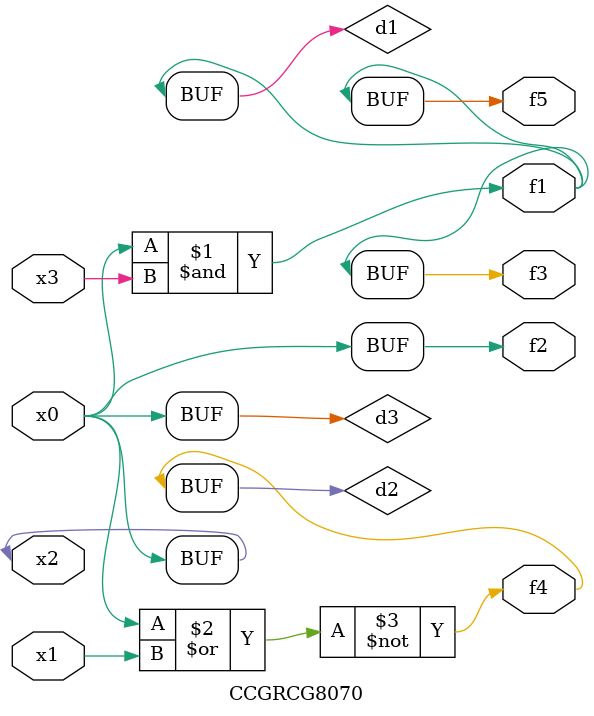
<source format=v>
module CCGRCG8070(
	input x0, x1, x2, x3,
	output f1, f2, f3, f4, f5
);

	wire d1, d2, d3;

	and (d1, x2, x3);
	nor (d2, x0, x1);
	buf (d3, x0, x2);
	assign f1 = d1;
	assign f2 = d3;
	assign f3 = d1;
	assign f4 = d2;
	assign f5 = d1;
endmodule

</source>
